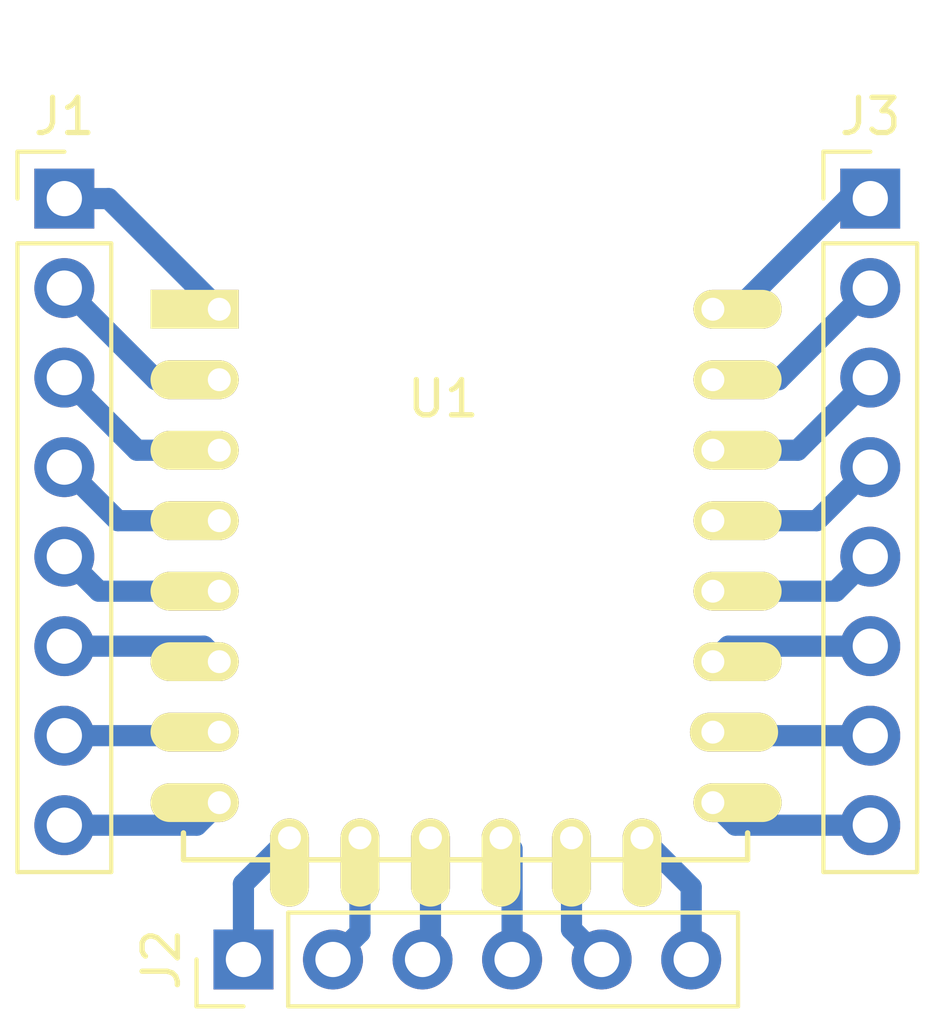
<source format=kicad_pcb>
(kicad_pcb (version 20171130) (host pcbnew 5.1.8-db9833491~88~ubuntu20.10.1)

  (general
    (thickness 1.6)
    (drawings 0)
    (tracks 46)
    (zones 0)
    (modules 4)
    (nets 23)
  )

  (page A4)
  (layers
    (0 F.Cu signal)
    (31 B.Cu signal)
    (32 B.Adhes user hide)
    (33 F.Adhes user hide)
    (34 B.Paste user hide)
    (35 F.Paste user hide)
    (36 B.SilkS user hide)
    (37 F.SilkS user hide)
    (38 B.Mask user hide)
    (39 F.Mask user hide)
    (40 Dwgs.User user hide)
    (41 Cmts.User user hide)
    (42 Eco1.User user hide)
    (43 Eco2.User user hide)
    (44 Edge.Cuts user hide)
    (45 Margin user hide)
    (46 B.CrtYd user hide)
    (47 F.CrtYd user hide)
    (48 B.Fab user hide)
    (49 F.Fab user hide)
  )

  (setup
    (last_trace_width 0.6)
    (user_trace_width 0.4)
    (user_trace_width 0.6)
    (user_trace_width 0.8)
    (user_trace_width 1)
    (trace_clearance 0.2)
    (zone_clearance 0.508)
    (zone_45_only no)
    (trace_min 0.2)
    (via_size 0.8)
    (via_drill 0.4)
    (via_min_size 0.4)
    (via_min_drill 0.3)
    (uvia_size 0.3)
    (uvia_drill 0.1)
    (uvias_allowed no)
    (uvia_min_size 0.2)
    (uvia_min_drill 0.1)
    (edge_width 0.05)
    (segment_width 0.2)
    (pcb_text_width 0.3)
    (pcb_text_size 1.5 1.5)
    (mod_edge_width 0.12)
    (mod_text_size 1 1)
    (mod_text_width 0.15)
    (pad_size 1.524 1.524)
    (pad_drill 0.762)
    (pad_to_mask_clearance 0)
    (aux_axis_origin 0 0)
    (visible_elements FFFFFF7F)
    (pcbplotparams
      (layerselection 0x010fc_ffffffff)
      (usegerberextensions false)
      (usegerberattributes true)
      (usegerberadvancedattributes true)
      (creategerberjobfile true)
      (excludeedgelayer true)
      (linewidth 0.100000)
      (plotframeref false)
      (viasonmask false)
      (mode 1)
      (useauxorigin false)
      (hpglpennumber 1)
      (hpglpenspeed 20)
      (hpglpendiameter 15.000000)
      (psnegative false)
      (psa4output false)
      (plotreference true)
      (plotvalue true)
      (plotinvisibletext false)
      (padsonsilk false)
      (subtractmaskfromsilk false)
      (outputformat 1)
      (mirror false)
      (drillshape 1)
      (scaleselection 1)
      (outputdirectory "./"))
  )

  (net 0 "")
  (net 1 "Net-(J1-Pad8)")
  (net 2 "Net-(J1-Pad7)")
  (net 3 "Net-(J1-Pad6)")
  (net 4 "Net-(J1-Pad5)")
  (net 5 "Net-(J1-Pad4)")
  (net 6 "Net-(J1-Pad3)")
  (net 7 "Net-(J1-Pad2)")
  (net 8 "Net-(J1-Pad1)")
  (net 9 "Net-(J2-Pad6)")
  (net 10 "Net-(J2-Pad5)")
  (net 11 "Net-(J2-Pad4)")
  (net 12 "Net-(J2-Pad3)")
  (net 13 "Net-(J2-Pad2)")
  (net 14 "Net-(J2-Pad1)")
  (net 15 "Net-(J3-Pad8)")
  (net 16 "Net-(J3-Pad7)")
  (net 17 "Net-(J3-Pad6)")
  (net 18 "Net-(J3-Pad5)")
  (net 19 "Net-(J3-Pad4)")
  (net 20 "Net-(J3-Pad3)")
  (net 21 "Net-(J3-Pad2)")
  (net 22 "Net-(J3-Pad1)")

  (net_class Default "This is the default net class."
    (clearance 0.2)
    (trace_width 0.25)
    (via_dia 0.8)
    (via_drill 0.4)
    (uvia_dia 0.3)
    (uvia_drill 0.1)
    (add_net "Net-(J1-Pad1)")
    (add_net "Net-(J1-Pad2)")
    (add_net "Net-(J1-Pad3)")
    (add_net "Net-(J1-Pad4)")
    (add_net "Net-(J1-Pad5)")
    (add_net "Net-(J1-Pad6)")
    (add_net "Net-(J1-Pad7)")
    (add_net "Net-(J1-Pad8)")
    (add_net "Net-(J2-Pad1)")
    (add_net "Net-(J2-Pad2)")
    (add_net "Net-(J2-Pad3)")
    (add_net "Net-(J2-Pad4)")
    (add_net "Net-(J2-Pad5)")
    (add_net "Net-(J2-Pad6)")
    (add_net "Net-(J3-Pad1)")
    (add_net "Net-(J3-Pad2)")
    (add_net "Net-(J3-Pad3)")
    (add_net "Net-(J3-Pad4)")
    (add_net "Net-(J3-Pad5)")
    (add_net "Net-(J3-Pad6)")
    (add_net "Net-(J3-Pad7)")
    (add_net "Net-(J3-Pad8)")
  )

  (module Connector_PinHeader_2.54mm:PinHeader_1x08_P2.54mm_Vertical (layer F.Cu) (tedit 59FED5CC) (tstamp 5FD78D64)
    (at 161.925 91.44)
    (descr "Through hole straight pin header, 1x08, 2.54mm pitch, single row")
    (tags "Through hole pin header THT 1x08 2.54mm single row")
    (path /5FD7C137)
    (fp_text reference J3 (at 0 -2.33) (layer F.SilkS)
      (effects (font (size 1 1) (thickness 0.15)))
    )
    (fp_text value Conn_01x08_Male (at 0 20.11) (layer F.Fab)
      (effects (font (size 1 1) (thickness 0.15)))
    )
    (fp_text user %R (at 0 8.89 90) (layer F.Fab)
      (effects (font (size 1 1) (thickness 0.15)))
    )
    (fp_line (start -0.635 -1.27) (end 1.27 -1.27) (layer F.Fab) (width 0.1))
    (fp_line (start 1.27 -1.27) (end 1.27 19.05) (layer F.Fab) (width 0.1))
    (fp_line (start 1.27 19.05) (end -1.27 19.05) (layer F.Fab) (width 0.1))
    (fp_line (start -1.27 19.05) (end -1.27 -0.635) (layer F.Fab) (width 0.1))
    (fp_line (start -1.27 -0.635) (end -0.635 -1.27) (layer F.Fab) (width 0.1))
    (fp_line (start -1.33 19.11) (end 1.33 19.11) (layer F.SilkS) (width 0.12))
    (fp_line (start -1.33 1.27) (end -1.33 19.11) (layer F.SilkS) (width 0.12))
    (fp_line (start 1.33 1.27) (end 1.33 19.11) (layer F.SilkS) (width 0.12))
    (fp_line (start -1.33 1.27) (end 1.33 1.27) (layer F.SilkS) (width 0.12))
    (fp_line (start -1.33 0) (end -1.33 -1.33) (layer F.SilkS) (width 0.12))
    (fp_line (start -1.33 -1.33) (end 0 -1.33) (layer F.SilkS) (width 0.12))
    (fp_line (start -1.8 -1.8) (end -1.8 19.55) (layer F.CrtYd) (width 0.05))
    (fp_line (start -1.8 19.55) (end 1.8 19.55) (layer F.CrtYd) (width 0.05))
    (fp_line (start 1.8 19.55) (end 1.8 -1.8) (layer F.CrtYd) (width 0.05))
    (fp_line (start 1.8 -1.8) (end -1.8 -1.8) (layer F.CrtYd) (width 0.05))
    (pad 8 thru_hole oval (at 0 17.78) (size 1.7 1.7) (drill 1) (layers *.Cu *.Mask)
      (net 15 "Net-(J3-Pad8)"))
    (pad 7 thru_hole oval (at 0 15.24) (size 1.7 1.7) (drill 1) (layers *.Cu *.Mask)
      (net 16 "Net-(J3-Pad7)"))
    (pad 6 thru_hole oval (at 0 12.7) (size 1.7 1.7) (drill 1) (layers *.Cu *.Mask)
      (net 17 "Net-(J3-Pad6)"))
    (pad 5 thru_hole oval (at 0 10.16) (size 1.7 1.7) (drill 1) (layers *.Cu *.Mask)
      (net 18 "Net-(J3-Pad5)"))
    (pad 4 thru_hole oval (at 0 7.62) (size 1.7 1.7) (drill 1) (layers *.Cu *.Mask)
      (net 19 "Net-(J3-Pad4)"))
    (pad 3 thru_hole oval (at 0 5.08) (size 1.7 1.7) (drill 1) (layers *.Cu *.Mask)
      (net 20 "Net-(J3-Pad3)"))
    (pad 2 thru_hole oval (at 0 2.54) (size 1.7 1.7) (drill 1) (layers *.Cu *.Mask)
      (net 21 "Net-(J3-Pad2)"))
    (pad 1 thru_hole rect (at 0 0) (size 1.7 1.7) (drill 1) (layers *.Cu *.Mask)
      (net 22 "Net-(J3-Pad1)"))
    (model ${KISYS3DMOD}/Connector_PinHeader_2.54mm.3dshapes/PinHeader_1x08_P2.54mm_Vertical.wrl
      (at (xyz 0 0 0))
      (scale (xyz 1 1 1))
      (rotate (xyz 0 0 0))
    )
  )

  (module Connector_PinHeader_2.54mm:PinHeader_1x06_P2.54mm_Vertical (layer F.Cu) (tedit 59FED5CC) (tstamp 5FD78D48)
    (at 144.145 113.03 90)
    (descr "Through hole straight pin header, 1x06, 2.54mm pitch, single row")
    (tags "Through hole pin header THT 1x06 2.54mm single row")
    (path /5FD79311)
    (fp_text reference J2 (at 0 -2.33 90) (layer F.SilkS)
      (effects (font (size 1 1) (thickness 0.15)))
    )
    (fp_text value Conn_01x06_Male (at 0 15.03 90) (layer F.Fab)
      (effects (font (size 1 1) (thickness 0.15)))
    )
    (fp_text user %R (at 0 6.35) (layer F.Fab)
      (effects (font (size 1 1) (thickness 0.15)))
    )
    (fp_line (start -0.635 -1.27) (end 1.27 -1.27) (layer F.Fab) (width 0.1))
    (fp_line (start 1.27 -1.27) (end 1.27 13.97) (layer F.Fab) (width 0.1))
    (fp_line (start 1.27 13.97) (end -1.27 13.97) (layer F.Fab) (width 0.1))
    (fp_line (start -1.27 13.97) (end -1.27 -0.635) (layer F.Fab) (width 0.1))
    (fp_line (start -1.27 -0.635) (end -0.635 -1.27) (layer F.Fab) (width 0.1))
    (fp_line (start -1.33 14.03) (end 1.33 14.03) (layer F.SilkS) (width 0.12))
    (fp_line (start -1.33 1.27) (end -1.33 14.03) (layer F.SilkS) (width 0.12))
    (fp_line (start 1.33 1.27) (end 1.33 14.03) (layer F.SilkS) (width 0.12))
    (fp_line (start -1.33 1.27) (end 1.33 1.27) (layer F.SilkS) (width 0.12))
    (fp_line (start -1.33 0) (end -1.33 -1.33) (layer F.SilkS) (width 0.12))
    (fp_line (start -1.33 -1.33) (end 0 -1.33) (layer F.SilkS) (width 0.12))
    (fp_line (start -1.8 -1.8) (end -1.8 14.5) (layer F.CrtYd) (width 0.05))
    (fp_line (start -1.8 14.5) (end 1.8 14.5) (layer F.CrtYd) (width 0.05))
    (fp_line (start 1.8 14.5) (end 1.8 -1.8) (layer F.CrtYd) (width 0.05))
    (fp_line (start 1.8 -1.8) (end -1.8 -1.8) (layer F.CrtYd) (width 0.05))
    (pad 6 thru_hole oval (at 0 12.7 90) (size 1.7 1.7) (drill 1) (layers *.Cu *.Mask)
      (net 9 "Net-(J2-Pad6)"))
    (pad 5 thru_hole oval (at 0 10.16 90) (size 1.7 1.7) (drill 1) (layers *.Cu *.Mask)
      (net 10 "Net-(J2-Pad5)"))
    (pad 4 thru_hole oval (at 0 7.62 90) (size 1.7 1.7) (drill 1) (layers *.Cu *.Mask)
      (net 11 "Net-(J2-Pad4)"))
    (pad 3 thru_hole oval (at 0 5.08 90) (size 1.7 1.7) (drill 1) (layers *.Cu *.Mask)
      (net 12 "Net-(J2-Pad3)"))
    (pad 2 thru_hole oval (at 0 2.54 90) (size 1.7 1.7) (drill 1) (layers *.Cu *.Mask)
      (net 13 "Net-(J2-Pad2)"))
    (pad 1 thru_hole rect (at 0 0 90) (size 1.7 1.7) (drill 1) (layers *.Cu *.Mask)
      (net 14 "Net-(J2-Pad1)"))
    (model ${KISYS3DMOD}/Connector_PinHeader_2.54mm.3dshapes/PinHeader_1x06_P2.54mm_Vertical.wrl
      (at (xyz 0 0 0))
      (scale (xyz 1 1 1))
      (rotate (xyz 0 0 0))
    )
  )

  (module Connector_PinHeader_2.54mm:PinHeader_1x08_P2.54mm_Vertical (layer F.Cu) (tedit 59FED5CC) (tstamp 5FD78D2E)
    (at 139.065 91.44)
    (descr "Through hole straight pin header, 1x08, 2.54mm pitch, single row")
    (tags "Through hole pin header THT 1x08 2.54mm single row")
    (path /5FD7B140)
    (fp_text reference J1 (at 0 -2.33) (layer F.SilkS)
      (effects (font (size 1 1) (thickness 0.15)))
    )
    (fp_text value Conn_01x08_Male (at 0 20.11) (layer F.Fab)
      (effects (font (size 1 1) (thickness 0.15)))
    )
    (fp_text user %R (at 0 8.89 90) (layer F.Fab)
      (effects (font (size 1 1) (thickness 0.15)))
    )
    (fp_line (start -0.635 -1.27) (end 1.27 -1.27) (layer F.Fab) (width 0.1))
    (fp_line (start 1.27 -1.27) (end 1.27 19.05) (layer F.Fab) (width 0.1))
    (fp_line (start 1.27 19.05) (end -1.27 19.05) (layer F.Fab) (width 0.1))
    (fp_line (start -1.27 19.05) (end -1.27 -0.635) (layer F.Fab) (width 0.1))
    (fp_line (start -1.27 -0.635) (end -0.635 -1.27) (layer F.Fab) (width 0.1))
    (fp_line (start -1.33 19.11) (end 1.33 19.11) (layer F.SilkS) (width 0.12))
    (fp_line (start -1.33 1.27) (end -1.33 19.11) (layer F.SilkS) (width 0.12))
    (fp_line (start 1.33 1.27) (end 1.33 19.11) (layer F.SilkS) (width 0.12))
    (fp_line (start -1.33 1.27) (end 1.33 1.27) (layer F.SilkS) (width 0.12))
    (fp_line (start -1.33 0) (end -1.33 -1.33) (layer F.SilkS) (width 0.12))
    (fp_line (start -1.33 -1.33) (end 0 -1.33) (layer F.SilkS) (width 0.12))
    (fp_line (start -1.8 -1.8) (end -1.8 19.55) (layer F.CrtYd) (width 0.05))
    (fp_line (start -1.8 19.55) (end 1.8 19.55) (layer F.CrtYd) (width 0.05))
    (fp_line (start 1.8 19.55) (end 1.8 -1.8) (layer F.CrtYd) (width 0.05))
    (fp_line (start 1.8 -1.8) (end -1.8 -1.8) (layer F.CrtYd) (width 0.05))
    (pad 8 thru_hole oval (at 0 17.78) (size 1.7 1.7) (drill 1) (layers *.Cu *.Mask)
      (net 1 "Net-(J1-Pad8)"))
    (pad 7 thru_hole oval (at 0 15.24) (size 1.7 1.7) (drill 1) (layers *.Cu *.Mask)
      (net 2 "Net-(J1-Pad7)"))
    (pad 6 thru_hole oval (at 0 12.7) (size 1.7 1.7) (drill 1) (layers *.Cu *.Mask)
      (net 3 "Net-(J1-Pad6)"))
    (pad 5 thru_hole oval (at 0 10.16) (size 1.7 1.7) (drill 1) (layers *.Cu *.Mask)
      (net 4 "Net-(J1-Pad5)"))
    (pad 4 thru_hole oval (at 0 7.62) (size 1.7 1.7) (drill 1) (layers *.Cu *.Mask)
      (net 5 "Net-(J1-Pad4)"))
    (pad 3 thru_hole oval (at 0 5.08) (size 1.7 1.7) (drill 1) (layers *.Cu *.Mask)
      (net 6 "Net-(J1-Pad3)"))
    (pad 2 thru_hole oval (at 0 2.54) (size 1.7 1.7) (drill 1) (layers *.Cu *.Mask)
      (net 7 "Net-(J1-Pad2)"))
    (pad 1 thru_hole rect (at 0 0) (size 1.7 1.7) (drill 1) (layers *.Cu *.Mask)
      (net 8 "Net-(J1-Pad1)"))
    (model ${KISYS3DMOD}/Connector_PinHeader_2.54mm.3dshapes/PinHeader_1x08_P2.54mm_Vertical.wrl
      (at (xyz 0 0 0))
      (scale (xyz 1 1 1))
      (rotate (xyz 0 0 0))
    )
  )

  (module ESP8266:ESP-12E (layer F.Cu) (tedit 58B47889) (tstamp 5FD7AEBD)
    (at 143.46 94.58)
    (descr "Module, ESP-8266, ESP-12, 16 pad, SMD")
    (tags "Module ESP-8266 ESP8266")
    (path /5FD74F57)
    (fp_text reference U1 (at 6.35 2.54) (layer F.SilkS)
      (effects (font (size 1 1) (thickness 0.15)))
    )
    (fp_text value ESP-12E (at 6.35 6.35) (layer F.Fab) hide
      (effects (font (size 1 1) (thickness 0.15)))
    )
    (fp_line (start -1.008 -8.4) (end 14.992 -8.4) (layer F.Fab) (width 0.05))
    (fp_line (start -1.008 15.6) (end -1.008 -8.4) (layer F.Fab) (width 0.05))
    (fp_line (start 14.992 15.6) (end -1.008 15.6) (layer F.Fab) (width 0.05))
    (fp_line (start 15 -8.4) (end 15 15.6) (layer F.Fab) (width 0.05))
    (fp_line (start -1.008 -2.6) (end 14.992 -2.6) (layer F.CrtYd) (width 0.1524))
    (fp_line (start -1.008 -8.4) (end 14.992 -2.6) (layer F.CrtYd) (width 0.1524))
    (fp_line (start 14.992 -8.4) (end -1.008 -2.6) (layer F.CrtYd) (width 0.1524))
    (fp_line (start 14.986 15.621) (end 14.986 14.859) (layer F.SilkS) (width 0.1524))
    (fp_line (start -1.016 15.621) (end 14.986 15.621) (layer F.SilkS) (width 0.1524))
    (fp_line (start -1.016 14.859) (end -1.016 15.621) (layer F.SilkS) (width 0.1524))
    (fp_line (start -1.016 -8.382) (end -1.016 -1.016) (layer F.CrtYd) (width 0.1524))
    (fp_line (start 14.986 -8.382) (end 14.986 -0.889) (layer F.CrtYd) (width 0.1524))
    (fp_line (start -1.016 -8.382) (end 14.986 -8.382) (layer F.CrtYd) (width 0.1524))
    (fp_line (start -2.25 16) (end -2.25 -0.5) (layer F.CrtYd) (width 0.05))
    (fp_line (start 16.25 16) (end -2.25 16) (layer F.CrtYd) (width 0.05))
    (fp_line (start 16.25 -8.75) (end 16.25 16) (layer F.CrtYd) (width 0.05))
    (fp_line (start 15.25 -8.75) (end 16.25 -8.75) (layer F.CrtYd) (width 0.05))
    (fp_line (start -2.25 -8.75) (end 15.25 -8.75) (layer F.CrtYd) (width 0.05))
    (fp_line (start -2.25 -0.5) (end -2.25 -8.75) (layer F.CrtYd) (width 0.05))
    (fp_text user "No Copper" (at 6.892 -5.4) (layer F.CrtYd)
      (effects (font (size 1 1) (thickness 0.15)))
    )
    (pad 22 thru_hole oval (at 11.99 15 90) (size 2.5 1.1) (drill 0.65 (offset -0.7 0)) (layers *.Cu *.Mask F.SilkS)
      (net 9 "Net-(J2-Pad6)"))
    (pad 21 thru_hole oval (at 9.99 15 90) (size 2.5 1.1) (drill 0.65 (offset -0.7 0)) (layers *.Cu *.Mask F.SilkS)
      (net 10 "Net-(J2-Pad5)"))
    (pad 20 thru_hole oval (at 7.99 15 90) (size 2.5 1.1) (drill 0.65 (offset -0.7 0)) (layers *.Cu *.Mask F.SilkS)
      (net 11 "Net-(J2-Pad4)"))
    (pad 19 thru_hole oval (at 5.99 15 90) (size 2.5 1.1) (drill 0.65 (offset -0.7 0)) (layers *.Cu *.Mask F.SilkS)
      (net 12 "Net-(J2-Pad3)"))
    (pad 18 thru_hole oval (at 3.99 15 90) (size 2.5 1.1) (drill 0.65 (offset -0.7 0)) (layers *.Cu *.Mask F.SilkS)
      (net 13 "Net-(J2-Pad2)"))
    (pad 17 thru_hole oval (at 1.99 15 90) (size 2.5 1.1) (drill 0.65 (offset -0.7 0)) (layers *.Cu *.Mask F.SilkS)
      (net 14 "Net-(J2-Pad1)"))
    (pad 16 thru_hole oval (at 14 0) (size 2.5 1.1) (drill 0.65 (offset 0.7 0)) (layers *.Cu *.Mask F.SilkS)
      (net 22 "Net-(J3-Pad1)"))
    (pad 15 thru_hole oval (at 14 2) (size 2.5 1.1) (drill 0.65 (offset 0.7 0)) (layers *.Cu *.Mask F.SilkS)
      (net 21 "Net-(J3-Pad2)"))
    (pad 14 thru_hole oval (at 14 4) (size 2.5 1.1) (drill 0.65 (offset 0.7 0)) (layers *.Cu *.Mask F.SilkS)
      (net 20 "Net-(J3-Pad3)"))
    (pad 13 thru_hole oval (at 14 6) (size 2.5 1.1) (drill 0.65 (offset 0.7 0)) (layers *.Cu *.Mask F.SilkS)
      (net 19 "Net-(J3-Pad4)"))
    (pad 12 thru_hole oval (at 14 8) (size 2.5 1.1) (drill 0.65 (offset 0.7 0)) (layers *.Cu *.Mask F.SilkS)
      (net 18 "Net-(J3-Pad5)"))
    (pad 11 thru_hole oval (at 14 10) (size 2.5 1.1) (drill 0.65 (offset 0.7 0)) (layers *.Cu *.Mask F.SilkS)
      (net 17 "Net-(J3-Pad6)"))
    (pad 10 thru_hole oval (at 14 12) (size 2.5 1.1) (drill 0.65 (offset 0.6 0)) (layers *.Cu *.Mask F.SilkS)
      (net 16 "Net-(J3-Pad7)"))
    (pad 9 thru_hole oval (at 14 14) (size 2.5 1.1) (drill 0.65 (offset 0.7 0)) (layers *.Cu *.Mask F.SilkS)
      (net 15 "Net-(J3-Pad8)"))
    (pad 8 thru_hole oval (at 0 14) (size 2.5 1.1) (drill 0.65 (offset -0.7 0)) (layers *.Cu *.Mask F.SilkS)
      (net 1 "Net-(J1-Pad8)"))
    (pad 7 thru_hole oval (at 0 12) (size 2.5 1.1) (drill 0.65 (offset -0.7 0)) (layers *.Cu *.Mask F.SilkS)
      (net 2 "Net-(J1-Pad7)"))
    (pad 6 thru_hole oval (at 0 10) (size 2.5 1.1) (drill 0.65 (offset -0.7 0)) (layers *.Cu *.Mask F.SilkS)
      (net 3 "Net-(J1-Pad6)"))
    (pad 5 thru_hole oval (at 0 8) (size 2.5 1.1) (drill 0.65 (offset -0.7 0)) (layers *.Cu *.Mask F.SilkS)
      (net 4 "Net-(J1-Pad5)"))
    (pad 4 thru_hole oval (at 0 6) (size 2.5 1.1) (drill 0.65 (offset -0.7 0)) (layers *.Cu *.Mask F.SilkS)
      (net 5 "Net-(J1-Pad4)"))
    (pad 3 thru_hole oval (at 0 4) (size 2.5 1.1) (drill 0.65 (offset -0.7 0)) (layers *.Cu *.Mask F.SilkS)
      (net 6 "Net-(J1-Pad3)"))
    (pad 2 thru_hole oval (at 0 2) (size 2.5 1.1) (drill 0.65 (offset -0.7 0)) (layers *.Cu *.Mask F.SilkS)
      (net 7 "Net-(J1-Pad2)"))
    (pad 1 thru_hole rect (at 0 0) (size 2.5 1.1) (drill 0.65 (offset -0.7 0)) (layers *.Cu *.Mask F.SilkS)
      (net 8 "Net-(J1-Pad1)"))
    (model ${ESPLIB}/ESP8266.3dshapes/ESP-12E.wrl
      (at (xyz 0 0 0))
      (scale (xyz 0.3937 0.3937 0.3937))
      (rotate (xyz 0 0 0))
    )
  )

  (segment (start 142.82 109.22) (end 143.46 108.58) (width 0.6) (layer B.Cu) (net 1))
  (segment (start 139.065 109.22) (end 142.82 109.22) (width 0.6) (layer B.Cu) (net 1))
  (segment (start 143.36 106.68) (end 143.46 106.58) (width 0.6) (layer B.Cu) (net 2))
  (segment (start 139.065 106.68) (end 143.36 106.68) (width 0.6) (layer B.Cu) (net 2))
  (segment (start 143.02 104.14) (end 143.46 104.58) (width 0.6) (layer B.Cu) (net 3))
  (segment (start 139.065 104.14) (end 143.02 104.14) (width 0.6) (layer B.Cu) (net 3))
  (segment (start 140.045 102.58) (end 139.065 101.6) (width 0.6) (layer B.Cu) (net 4))
  (segment (start 143.46 102.58) (end 140.045 102.58) (width 0.6) (layer B.Cu) (net 4))
  (segment (start 140.585 100.58) (end 139.065 99.06) (width 0.6) (layer B.Cu) (net 5))
  (segment (start 143.46 100.58) (end 140.585 100.58) (width 0.6) (layer B.Cu) (net 5))
  (segment (start 141.125 98.58) (end 139.065 96.52) (width 0.6) (layer B.Cu) (net 6))
  (segment (start 143.46 98.58) (end 141.125 98.58) (width 0.6) (layer B.Cu) (net 6))
  (segment (start 141.665 96.58) (end 139.065 93.98) (width 0.6) (layer B.Cu) (net 7))
  (segment (start 143.46 96.58) (end 141.665 96.58) (width 0.6) (layer B.Cu) (net 7))
  (segment (start 140.32 91.44) (end 143.46 94.58) (width 0.6) (layer B.Cu) (net 8))
  (segment (start 139.065 91.44) (end 140.32 91.44) (width 0.6) (layer B.Cu) (net 8))
  (segment (start 156.845 110.975) (end 155.45 109.58) (width 0.6) (layer B.Cu) (net 9))
  (segment (start 156.845 113.03) (end 156.845 110.975) (width 0.6) (layer B.Cu) (net 9))
  (segment (start 153.45 112.175) (end 153.45 109.58) (width 0.6) (layer B.Cu) (net 10))
  (segment (start 154.305 113.03) (end 153.45 112.175) (width 0.6) (layer B.Cu) (net 10))
  (segment (start 151.765 109.895) (end 151.45 109.58) (width 0.6) (layer B.Cu) (net 11))
  (segment (start 151.765 113.03) (end 151.765 109.895) (width 0.6) (layer B.Cu) (net 11))
  (segment (start 149.45 112.805) (end 149.225 113.03) (width 0.6) (layer B.Cu) (net 12))
  (segment (start 149.45 109.58) (end 149.45 112.805) (width 0.6) (layer B.Cu) (net 12))
  (segment (start 147.45 112.265) (end 147.45 109.58) (width 0.6) (layer B.Cu) (net 13))
  (segment (start 146.685 113.03) (end 147.45 112.265) (width 0.6) (layer B.Cu) (net 13))
  (segment (start 144.145 110.885) (end 145.45 109.58) (width 0.6) (layer B.Cu) (net 14))
  (segment (start 144.145 113.03) (end 144.145 110.885) (width 0.6) (layer B.Cu) (net 14))
  (segment (start 158.1 109.22) (end 157.46 108.58) (width 0.6) (layer B.Cu) (net 15))
  (segment (start 161.925 109.22) (end 158.1 109.22) (width 0.6) (layer B.Cu) (net 15))
  (segment (start 157.56 106.68) (end 157.46 106.58) (width 0.6) (layer B.Cu) (net 16))
  (segment (start 161.925 106.68) (end 157.56 106.68) (width 0.6) (layer B.Cu) (net 16))
  (segment (start 157.9 104.14) (end 157.46 104.58) (width 0.6) (layer B.Cu) (net 17))
  (segment (start 161.925 104.14) (end 157.9 104.14) (width 0.6) (layer B.Cu) (net 17))
  (segment (start 160.945 102.58) (end 157.46 102.58) (width 0.6) (layer B.Cu) (net 18))
  (segment (start 161.925 101.6) (end 160.945 102.58) (width 0.6) (layer B.Cu) (net 18))
  (segment (start 160.405 100.58) (end 157.46 100.58) (width 0.6) (layer B.Cu) (net 19))
  (segment (start 161.925 99.06) (end 160.405 100.58) (width 0.6) (layer B.Cu) (net 19))
  (segment (start 159.865 98.58) (end 157.46 98.58) (width 0.6) (layer B.Cu) (net 20))
  (segment (start 161.925 96.52) (end 159.865 98.58) (width 0.6) (layer B.Cu) (net 20))
  (segment (start 159.325 96.58) (end 157.46 96.58) (width 0.6) (layer B.Cu) (net 21))
  (segment (start 161.925 93.98) (end 159.325 96.58) (width 0.6) (layer B.Cu) (net 21))
  (segment (start 157.46 94.58) (end 157.515 94.58) (width 0.8) (layer B.Cu) (net 22))
  (segment (start 157.46 94.58) (end 158.15 94.58) (width 0.6) (layer B.Cu) (net 22))
  (segment (start 161.29 91.44) (end 161.925 91.44) (width 0.6) (layer B.Cu) (net 22))
  (segment (start 158.15 94.58) (end 161.29 91.44) (width 0.6) (layer B.Cu) (net 22))

)

</source>
